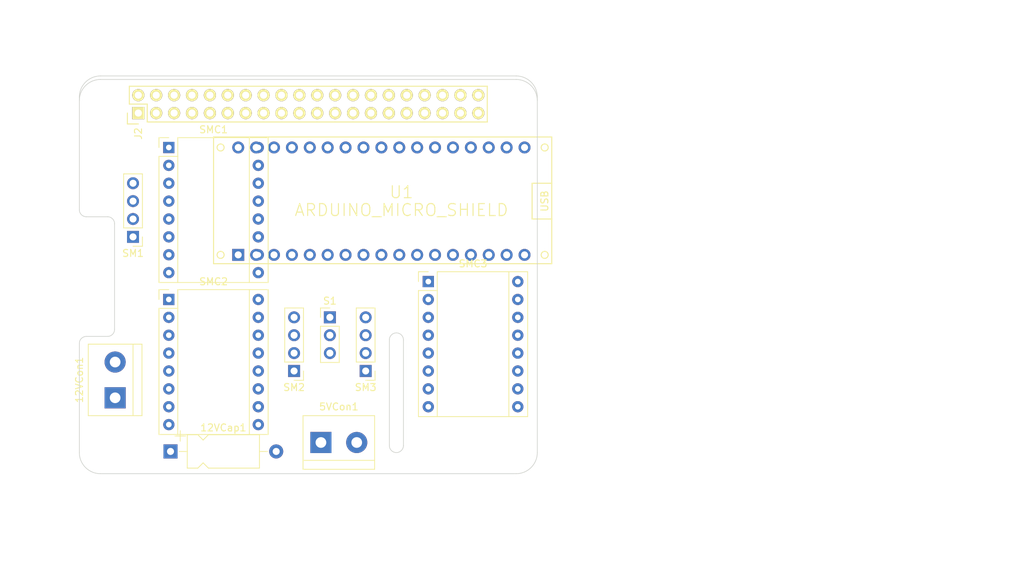
<source format=kicad_pcb>
(kicad_pcb (version 20171130) (host pcbnew "(5.0.2)-1")

  (general
    (thickness 1.6)
    (drawings 40)
    (tracks 0)
    (zones 0)
    (modules 16)
    (nets 100)
  )

  (page A4)
  (layers
    (0 F.Cu signal)
    (31 B.Cu signal)
    (32 B.Adhes user)
    (33 F.Adhes user)
    (34 B.Paste user)
    (35 F.Paste user)
    (36 B.SilkS user)
    (37 F.SilkS user)
    (38 B.Mask user)
    (39 F.Mask user)
    (40 Dwgs.User user)
    (41 Cmts.User user)
    (42 Eco1.User user)
    (43 Eco2.User user)
    (44 Edge.Cuts user)
    (45 Margin user)
    (46 B.CrtYd user)
    (47 F.CrtYd user)
    (48 B.Fab user)
    (49 F.Fab user)
  )

  (setup
    (last_trace_width 0.25)
    (user_trace_width 0.01)
    (user_trace_width 0.02)
    (user_trace_width 0.05)
    (user_trace_width 0.1)
    (user_trace_width 0.2)
    (trace_clearance 0.2)
    (zone_clearance 0.508)
    (zone_45_only no)
    (trace_min 0.01)
    (segment_width 0.2)
    (edge_width 0.1)
    (via_size 0.6)
    (via_drill 0.4)
    (via_min_size 0.4)
    (via_min_drill 0.3)
    (uvia_size 0.3)
    (uvia_drill 0.1)
    (uvias_allowed no)
    (uvia_min_size 0.2)
    (uvia_min_drill 0.1)
    (pcb_text_width 0.3)
    (pcb_text_size 1.5 1.5)
    (mod_edge_width 0.15)
    (mod_text_size 1 1)
    (mod_text_width 0.15)
    (pad_size 2.75 2.75)
    (pad_drill 2.75)
    (pad_to_mask_clearance 0)
    (solder_mask_min_width 0.25)
    (aux_axis_origin 0 0)
    (visible_elements 7FFEFFFF)
    (pcbplotparams
      (layerselection 0x00030_80000001)
      (usegerberextensions false)
      (usegerberattributes false)
      (usegerberadvancedattributes false)
      (creategerberjobfile false)
      (excludeedgelayer true)
      (linewidth 0.100000)
      (plotframeref false)
      (viasonmask false)
      (mode 1)
      (useauxorigin false)
      (hpglpennumber 1)
      (hpglpenspeed 20)
      (hpglpendiameter 15.000000)
      (psnegative false)
      (psa4output false)
      (plotreference true)
      (plotvalue true)
      (plotinvisibletext false)
      (padsonsilk false)
      (subtractmaskfromsilk false)
      (outputformat 1)
      (mirror false)
      (drillshape 0)
      (scaleselection 1)
      (outputdirectory "meta/"))
  )

  (net 0 "")
  (net 1 "Net-(J2-Pad1)")
  (net 2 "Net-(J2-Pad3)")
  (net 3 "Net-(J2-Pad4)")
  (net 4 "Net-(J2-Pad5)")
  (net 5 "Net-(J2-Pad6)")
  (net 6 "Net-(J2-Pad7)")
  (net 7 "Net-(J2-Pad8)")
  (net 8 "Net-(J2-Pad9)")
  (net 9 "Net-(J2-Pad10)")
  (net 10 "Net-(J2-Pad11)")
  (net 11 "Net-(J2-Pad12)")
  (net 12 "Net-(J2-Pad13)")
  (net 13 "Net-(J2-Pad14)")
  (net 14 "Net-(J2-Pad15)")
  (net 15 "Net-(J2-Pad16)")
  (net 16 "Net-(J2-Pad17)")
  (net 17 "Net-(J2-Pad18)")
  (net 18 "Net-(J2-Pad19)")
  (net 19 "Net-(J2-Pad20)")
  (net 20 "Net-(J2-Pad21)")
  (net 21 "Net-(J2-Pad22)")
  (net 22 "Net-(J2-Pad23)")
  (net 23 "Net-(J2-Pad24)")
  (net 24 "Net-(J2-Pad25)")
  (net 25 "Net-(J2-Pad26)")
  (net 26 "Net-(J2-Pad27)")
  (net 27 "Net-(J2-Pad28)")
  (net 28 "Net-(J2-Pad29)")
  (net 29 "Net-(J2-Pad30)")
  (net 30 "Net-(J2-Pad31)")
  (net 31 "Net-(J2-Pad32)")
  (net 32 "Net-(J2-Pad33)")
  (net 33 "Net-(J2-Pad34)")
  (net 34 "Net-(J2-Pad35)")
  (net 35 "Net-(J2-Pad36)")
  (net 36 "Net-(J2-Pad37)")
  (net 37 "Net-(J2-Pad38)")
  (net 38 "Net-(J2-Pad40)")
  (net 39 "Net-(U1-PadSCK)")
  (net 40 "Net-(U1-PadMI)")
  (net 41 "Net-(U1-PadVI)")
  (net 42 "Net-(U1-PadGND)")
  (net 43 "Net-(U1-PadRST)")
  (net 44 "Net-(U1-Pad5V)")
  (net 45 "Net-(U1-PadNC)")
  (net 46 "Net-(U1-PadA5)")
  (net 47 "Net-(U1-PadA4)")
  (net 48 "Net-(U1-PadA3)")
  (net 49 "Net-(U1-PadA2)")
  (net 50 "Net-(U1-PadA1)")
  (net 51 "Net-(U1-PadA0)")
  (net 52 "Net-(U1-PadAREF)")
  (net 53 "Net-(U1-Pad3.3V)")
  (net 54 "Net-(U1-Pad13)")
  (net 55 "Net-(U1-PadMO)")
  (net 56 "Net-(U1-PadSS)")
  (net 57 "Net-(U1-PadTX)")
  (net 58 "Net-(U1-PadRX)")
  (net 59 "Net-(U1-Pad2)")
  (net 60 "Net-(S1-Pad1)")
  (net 61 "Net-(SMC3-Pad16)")
  (net 62 "Net-(SMC3-Pad15)")
  (net 63 "Net-(U1-Pad6)")
  (net 64 "Net-(U1-Pad7)")
  (net 65 "Net-(SMC1-Pad16)")
  (net 66 "Net-(SMC1-Pad15)")
  (net 67 "Net-(U1-Pad10)")
  (net 68 "Net-(SMC2-Pad15)")
  (net 69 "Net-(SMC2-Pad16)")
  (net 70 /RPi_GPIO/GND)
  (net 71 /RPi_GPIO/12V)
  (net 72 /RPi_GPIO/5V)
  (net 73 "Net-(SMC1-Pad9)")
  (net 74 "Net-(SMC1-Pad10)")
  (net 75 "Net-(SM1-Pad4)")
  (net 76 "Net-(SMC1-Pad11)")
  (net 77 "Net-(SM1-Pad3)")
  (net 78 "Net-(SMC1-Pad12)")
  (net 79 "Net-(SM1-Pad2)")
  (net 80 "Net-(SMC1-Pad13)")
  (net 81 "Net-(SM1-Pad1)")
  (net 82 "Net-(SMC2-Pad13)")
  (net 83 "Net-(SM2-Pad1)")
  (net 84 "Net-(SM2-Pad2)")
  (net 85 "Net-(SMC2-Pad12)")
  (net 86 "Net-(SM2-Pad3)")
  (net 87 "Net-(SMC2-Pad11)")
  (net 88 "Net-(SM2-Pad4)")
  (net 89 "Net-(SMC2-Pad10)")
  (net 90 "Net-(SMC2-Pad9)")
  (net 91 "Net-(SMC3-Pad9)")
  (net 92 "Net-(SMC3-Pad10)")
  (net 93 "Net-(SM3-Pad4)")
  (net 94 "Net-(SMC3-Pad11)")
  (net 95 "Net-(SM3-Pad3)")
  (net 96 "Net-(SMC3-Pad12)")
  (net 97 "Net-(SM3-Pad2)")
  (net 98 "Net-(SMC3-Pad13)")
  (net 99 "Net-(SM3-Pad1)")

  (net_class Default "This is the default net class."
    (clearance 0.2)
    (trace_width 0.25)
    (via_dia 0.6)
    (via_drill 0.4)
    (uvia_dia 0.3)
    (uvia_drill 0.1)
    (add_net /RPi_GPIO/12V)
    (add_net /RPi_GPIO/5V)
    (add_net /RPi_GPIO/GND)
    (add_net "Net-(J2-Pad1)")
    (add_net "Net-(J2-Pad10)")
    (add_net "Net-(J2-Pad11)")
    (add_net "Net-(J2-Pad12)")
    (add_net "Net-(J2-Pad13)")
    (add_net "Net-(J2-Pad14)")
    (add_net "Net-(J2-Pad15)")
    (add_net "Net-(J2-Pad16)")
    (add_net "Net-(J2-Pad17)")
    (add_net "Net-(J2-Pad18)")
    (add_net "Net-(J2-Pad19)")
    (add_net "Net-(J2-Pad20)")
    (add_net "Net-(J2-Pad21)")
    (add_net "Net-(J2-Pad22)")
    (add_net "Net-(J2-Pad23)")
    (add_net "Net-(J2-Pad24)")
    (add_net "Net-(J2-Pad25)")
    (add_net "Net-(J2-Pad26)")
    (add_net "Net-(J2-Pad27)")
    (add_net "Net-(J2-Pad28)")
    (add_net "Net-(J2-Pad29)")
    (add_net "Net-(J2-Pad3)")
    (add_net "Net-(J2-Pad30)")
    (add_net "Net-(J2-Pad31)")
    (add_net "Net-(J2-Pad32)")
    (add_net "Net-(J2-Pad33)")
    (add_net "Net-(J2-Pad34)")
    (add_net "Net-(J2-Pad35)")
    (add_net "Net-(J2-Pad36)")
    (add_net "Net-(J2-Pad37)")
    (add_net "Net-(J2-Pad38)")
    (add_net "Net-(J2-Pad4)")
    (add_net "Net-(J2-Pad40)")
    (add_net "Net-(J2-Pad5)")
    (add_net "Net-(J2-Pad6)")
    (add_net "Net-(J2-Pad7)")
    (add_net "Net-(J2-Pad8)")
    (add_net "Net-(J2-Pad9)")
    (add_net "Net-(S1-Pad1)")
    (add_net "Net-(SM1-Pad1)")
    (add_net "Net-(SM1-Pad2)")
    (add_net "Net-(SM1-Pad3)")
    (add_net "Net-(SM1-Pad4)")
    (add_net "Net-(SM2-Pad1)")
    (add_net "Net-(SM2-Pad2)")
    (add_net "Net-(SM2-Pad3)")
    (add_net "Net-(SM2-Pad4)")
    (add_net "Net-(SM3-Pad1)")
    (add_net "Net-(SM3-Pad2)")
    (add_net "Net-(SM3-Pad3)")
    (add_net "Net-(SM3-Pad4)")
    (add_net "Net-(SMC1-Pad10)")
    (add_net "Net-(SMC1-Pad11)")
    (add_net "Net-(SMC1-Pad12)")
    (add_net "Net-(SMC1-Pad13)")
    (add_net "Net-(SMC1-Pad15)")
    (add_net "Net-(SMC1-Pad16)")
    (add_net "Net-(SMC1-Pad9)")
    (add_net "Net-(SMC2-Pad10)")
    (add_net "Net-(SMC2-Pad11)")
    (add_net "Net-(SMC2-Pad12)")
    (add_net "Net-(SMC2-Pad13)")
    (add_net "Net-(SMC2-Pad15)")
    (add_net "Net-(SMC2-Pad16)")
    (add_net "Net-(SMC2-Pad9)")
    (add_net "Net-(SMC3-Pad10)")
    (add_net "Net-(SMC3-Pad11)")
    (add_net "Net-(SMC3-Pad12)")
    (add_net "Net-(SMC3-Pad13)")
    (add_net "Net-(SMC3-Pad15)")
    (add_net "Net-(SMC3-Pad16)")
    (add_net "Net-(SMC3-Pad9)")
    (add_net "Net-(U1-Pad10)")
    (add_net "Net-(U1-Pad13)")
    (add_net "Net-(U1-Pad2)")
    (add_net "Net-(U1-Pad3.3V)")
    (add_net "Net-(U1-Pad5V)")
    (add_net "Net-(U1-Pad6)")
    (add_net "Net-(U1-Pad7)")
    (add_net "Net-(U1-PadA0)")
    (add_net "Net-(U1-PadA1)")
    (add_net "Net-(U1-PadA2)")
    (add_net "Net-(U1-PadA3)")
    (add_net "Net-(U1-PadA4)")
    (add_net "Net-(U1-PadA5)")
    (add_net "Net-(U1-PadAREF)")
    (add_net "Net-(U1-PadGND)")
    (add_net "Net-(U1-PadMI)")
    (add_net "Net-(U1-PadMO)")
    (add_net "Net-(U1-PadNC)")
    (add_net "Net-(U1-PadRST)")
    (add_net "Net-(U1-PadRX)")
    (add_net "Net-(U1-PadSCK)")
    (add_net "Net-(U1-PadSS)")
    (add_net "Net-(U1-PadTX)")
    (add_net "Net-(U1-PadVI)")
  )

  (module Capacitor_THT:CP_Axial_L10.0mm_D4.5mm_P15.00mm_Horizontal (layer F.Cu) (tedit 5AE50EF2) (tstamp 5C789C5F)
    (at 12.94 53.34)
    (descr "CP, Axial series, Axial, Horizontal, pin pitch=15mm, , length*diameter=10*4.5mm^2, Electrolytic Capacitor, , http://www.vishay.com/docs/28325/021asm.pdf")
    (tags "CP Axial series Axial Horizontal pin pitch 15mm  length 10mm diameter 4.5mm Electrolytic Capacitor")
    (path /5515D395/5C782DDC)
    (fp_text reference 12VCap1 (at 7.5 -3.37) (layer F.SilkS)
      (effects (font (size 1 1) (thickness 0.15)))
    )
    (fp_text value CAP (at 7.5 3.37) (layer F.Fab)
      (effects (font (size 1 1) (thickness 0.15)))
    )
    (fp_line (start 2.5 -2.25) (end 2.5 2.25) (layer F.Fab) (width 0.1))
    (fp_line (start 12.5 -2.25) (end 12.5 2.25) (layer F.Fab) (width 0.1))
    (fp_line (start 2.5 -2.25) (end 3.88 -2.25) (layer F.Fab) (width 0.1))
    (fp_line (start 3.88 -2.25) (end 4.63 -1.5) (layer F.Fab) (width 0.1))
    (fp_line (start 4.63 -1.5) (end 5.38 -2.25) (layer F.Fab) (width 0.1))
    (fp_line (start 5.38 -2.25) (end 12.5 -2.25) (layer F.Fab) (width 0.1))
    (fp_line (start 2.5 2.25) (end 3.88 2.25) (layer F.Fab) (width 0.1))
    (fp_line (start 3.88 2.25) (end 4.63 1.5) (layer F.Fab) (width 0.1))
    (fp_line (start 4.63 1.5) (end 5.38 2.25) (layer F.Fab) (width 0.1))
    (fp_line (start 5.38 2.25) (end 12.5 2.25) (layer F.Fab) (width 0.1))
    (fp_line (start 0 0) (end 2.5 0) (layer F.Fab) (width 0.1))
    (fp_line (start 15 0) (end 12.5 0) (layer F.Fab) (width 0.1))
    (fp_line (start 3.9 0) (end 5.4 0) (layer F.Fab) (width 0.1))
    (fp_line (start 4.65 -0.75) (end 4.65 0.75) (layer F.Fab) (width 0.1))
    (fp_line (start 0.63 -2.2) (end 2.13 -2.2) (layer F.SilkS) (width 0.12))
    (fp_line (start 1.38 -2.95) (end 1.38 -1.45) (layer F.SilkS) (width 0.12))
    (fp_line (start 2.38 -2.37) (end 2.38 2.37) (layer F.SilkS) (width 0.12))
    (fp_line (start 12.62 -2.37) (end 12.62 2.37) (layer F.SilkS) (width 0.12))
    (fp_line (start 2.38 -2.37) (end 3.88 -2.37) (layer F.SilkS) (width 0.12))
    (fp_line (start 3.88 -2.37) (end 4.63 -1.62) (layer F.SilkS) (width 0.12))
    (fp_line (start 4.63 -1.62) (end 5.38 -2.37) (layer F.SilkS) (width 0.12))
    (fp_line (start 5.38 -2.37) (end 12.62 -2.37) (layer F.SilkS) (width 0.12))
    (fp_line (start 2.38 2.37) (end 3.88 2.37) (layer F.SilkS) (width 0.12))
    (fp_line (start 3.88 2.37) (end 4.63 1.62) (layer F.SilkS) (width 0.12))
    (fp_line (start 4.63 1.62) (end 5.38 2.37) (layer F.SilkS) (width 0.12))
    (fp_line (start 5.38 2.37) (end 12.62 2.37) (layer F.SilkS) (width 0.12))
    (fp_line (start 1.24 0) (end 2.38 0) (layer F.SilkS) (width 0.12))
    (fp_line (start 13.76 0) (end 12.62 0) (layer F.SilkS) (width 0.12))
    (fp_line (start -1.25 -2.5) (end -1.25 2.5) (layer F.CrtYd) (width 0.05))
    (fp_line (start -1.25 2.5) (end 16.25 2.5) (layer F.CrtYd) (width 0.05))
    (fp_line (start 16.25 2.5) (end 16.25 -2.5) (layer F.CrtYd) (width 0.05))
    (fp_line (start 16.25 -2.5) (end -1.25 -2.5) (layer F.CrtYd) (width 0.05))
    (fp_text user %R (at 7.5 0) (layer F.Fab)
      (effects (font (size 1 1) (thickness 0.15)))
    )
    (pad 1 thru_hole rect (at 0 0) (size 2 2) (drill 1) (layers *.Cu *.Mask)
      (net 71 /RPi_GPIO/12V))
    (pad 2 thru_hole oval (at 15 0) (size 2 2) (drill 1) (layers *.Cu *.Mask)
      (net 70 /RPi_GPIO/GND))
    (model ${KISYS3DMOD}/Capacitor_THT.3dshapes/CP_Axial_L10.0mm_D4.5mm_P15.00mm_Horizontal.wrl
      (at (xyz 0 0 0))
      (scale (xyz 1 1 1))
      (rotate (xyz 0 0 0))
    )
  )

  (module Connector_PinHeader_2.54mm:PinHeader_1x03_P2.54mm_Vertical (layer F.Cu) (tedit 59FED5CC) (tstamp 5C789C38)
    (at 35.56 34.29)
    (descr "Through hole straight pin header, 1x03, 2.54mm pitch, single row")
    (tags "Through hole pin header THT 1x03 2.54mm single row")
    (path /5515D395/5C78B611)
    (fp_text reference S1 (at 0 -2.33) (layer F.SilkS)
      (effects (font (size 1 1) (thickness 0.15)))
    )
    (fp_text value Conn_01x03_Male (at 0 7.41) (layer F.Fab)
      (effects (font (size 1 1) (thickness 0.15)))
    )
    (fp_line (start -0.635 -1.27) (end 1.27 -1.27) (layer F.Fab) (width 0.1))
    (fp_line (start 1.27 -1.27) (end 1.27 6.35) (layer F.Fab) (width 0.1))
    (fp_line (start 1.27 6.35) (end -1.27 6.35) (layer F.Fab) (width 0.1))
    (fp_line (start -1.27 6.35) (end -1.27 -0.635) (layer F.Fab) (width 0.1))
    (fp_line (start -1.27 -0.635) (end -0.635 -1.27) (layer F.Fab) (width 0.1))
    (fp_line (start -1.33 6.41) (end 1.33 6.41) (layer F.SilkS) (width 0.12))
    (fp_line (start -1.33 1.27) (end -1.33 6.41) (layer F.SilkS) (width 0.12))
    (fp_line (start 1.33 1.27) (end 1.33 6.41) (layer F.SilkS) (width 0.12))
    (fp_line (start -1.33 1.27) (end 1.33 1.27) (layer F.SilkS) (width 0.12))
    (fp_line (start -1.33 0) (end -1.33 -1.33) (layer F.SilkS) (width 0.12))
    (fp_line (start -1.33 -1.33) (end 0 -1.33) (layer F.SilkS) (width 0.12))
    (fp_line (start -1.8 -1.8) (end -1.8 6.85) (layer F.CrtYd) (width 0.05))
    (fp_line (start -1.8 6.85) (end 1.8 6.85) (layer F.CrtYd) (width 0.05))
    (fp_line (start 1.8 6.85) (end 1.8 -1.8) (layer F.CrtYd) (width 0.05))
    (fp_line (start 1.8 -1.8) (end -1.8 -1.8) (layer F.CrtYd) (width 0.05))
    (fp_text user %R (at 0 2.54 90) (layer F.Fab)
      (effects (font (size 1 1) (thickness 0.15)))
    )
    (pad 1 thru_hole rect (at 0 0) (size 1.7 1.7) (drill 1) (layers *.Cu *.Mask)
      (net 60 "Net-(S1-Pad1)"))
    (pad 2 thru_hole oval (at 0 2.54) (size 1.7 1.7) (drill 1) (layers *.Cu *.Mask)
      (net 72 /RPi_GPIO/5V))
    (pad 3 thru_hole oval (at 0 5.08) (size 1.7 1.7) (drill 1) (layers *.Cu *.Mask)
      (net 70 /RPi_GPIO/GND))
    (model ${KISYS3DMOD}/Connector_PinHeader_2.54mm.3dshapes/PinHeader_1x03_P2.54mm_Vertical.wrl
      (at (xyz 0 0 0))
      (scale (xyz 1 1 1))
      (rotate (xyz 0 0 0))
    )
  )

  (module Connector_PinHeader_2.54mm:PinHeader_1x04_P2.54mm_Vertical (layer F.Cu) (tedit 59FED5CC) (tstamp 5C789C21)
    (at 40.64 41.91 180)
    (descr "Through hole straight pin header, 1x04, 2.54mm pitch, single row")
    (tags "Through hole pin header THT 1x04 2.54mm single row")
    (path /5515D395/5C7AD885)
    (fp_text reference SM3 (at 0 -2.33 180) (layer F.SilkS)
      (effects (font (size 1 1) (thickness 0.15)))
    )
    (fp_text value Conn_01x04_Male (at 0 9.95 180) (layer F.Fab)
      (effects (font (size 1 1) (thickness 0.15)))
    )
    (fp_line (start -0.635 -1.27) (end 1.27 -1.27) (layer F.Fab) (width 0.1))
    (fp_line (start 1.27 -1.27) (end 1.27 8.89) (layer F.Fab) (width 0.1))
    (fp_line (start 1.27 8.89) (end -1.27 8.89) (layer F.Fab) (width 0.1))
    (fp_line (start -1.27 8.89) (end -1.27 -0.635) (layer F.Fab) (width 0.1))
    (fp_line (start -1.27 -0.635) (end -0.635 -1.27) (layer F.Fab) (width 0.1))
    (fp_line (start -1.33 8.95) (end 1.33 8.95) (layer F.SilkS) (width 0.12))
    (fp_line (start -1.33 1.27) (end -1.33 8.95) (layer F.SilkS) (width 0.12))
    (fp_line (start 1.33 1.27) (end 1.33 8.95) (layer F.SilkS) (width 0.12))
    (fp_line (start -1.33 1.27) (end 1.33 1.27) (layer F.SilkS) (width 0.12))
    (fp_line (start -1.33 0) (end -1.33 -1.33) (layer F.SilkS) (width 0.12))
    (fp_line (start -1.33 -1.33) (end 0 -1.33) (layer F.SilkS) (width 0.12))
    (fp_line (start -1.8 -1.8) (end -1.8 9.4) (layer F.CrtYd) (width 0.05))
    (fp_line (start -1.8 9.4) (end 1.8 9.4) (layer F.CrtYd) (width 0.05))
    (fp_line (start 1.8 9.4) (end 1.8 -1.8) (layer F.CrtYd) (width 0.05))
    (fp_line (start 1.8 -1.8) (end -1.8 -1.8) (layer F.CrtYd) (width 0.05))
    (fp_text user %R (at 0 3.81 270) (layer F.Fab)
      (effects (font (size 1 1) (thickness 0.15)))
    )
    (pad 1 thru_hole rect (at 0 0 180) (size 1.7 1.7) (drill 1) (layers *.Cu *.Mask)
      (net 99 "Net-(SM3-Pad1)"))
    (pad 2 thru_hole oval (at 0 2.54 180) (size 1.7 1.7) (drill 1) (layers *.Cu *.Mask)
      (net 97 "Net-(SM3-Pad2)"))
    (pad 3 thru_hole oval (at 0 5.08 180) (size 1.7 1.7) (drill 1) (layers *.Cu *.Mask)
      (net 95 "Net-(SM3-Pad3)"))
    (pad 4 thru_hole oval (at 0 7.62 180) (size 1.7 1.7) (drill 1) (layers *.Cu *.Mask)
      (net 93 "Net-(SM3-Pad4)"))
    (model ${KISYS3DMOD}/Connector_PinHeader_2.54mm.3dshapes/PinHeader_1x04_P2.54mm_Vertical.wrl
      (at (xyz 0 0 0))
      (scale (xyz 1 1 1))
      (rotate (xyz 0 0 0))
    )
  )

  (module Connector_PinHeader_2.54mm:PinHeader_1x04_P2.54mm_Vertical (layer F.Cu) (tedit 59FED5CC) (tstamp 5C789C09)
    (at 30.48 41.91 180)
    (descr "Through hole straight pin header, 1x04, 2.54mm pitch, single row")
    (tags "Through hole pin header THT 1x04 2.54mm single row")
    (path /5515D395/5C783735)
    (fp_text reference SM2 (at 0 -2.33 180) (layer F.SilkS)
      (effects (font (size 1 1) (thickness 0.15)))
    )
    (fp_text value Conn_01x04_Male (at 0 9.95 180) (layer F.Fab)
      (effects (font (size 1 1) (thickness 0.15)))
    )
    (fp_text user %R (at 0 3.81 270) (layer F.Fab)
      (effects (font (size 1 1) (thickness 0.15)))
    )
    (fp_line (start 1.8 -1.8) (end -1.8 -1.8) (layer F.CrtYd) (width 0.05))
    (fp_line (start 1.8 9.4) (end 1.8 -1.8) (layer F.CrtYd) (width 0.05))
    (fp_line (start -1.8 9.4) (end 1.8 9.4) (layer F.CrtYd) (width 0.05))
    (fp_line (start -1.8 -1.8) (end -1.8 9.4) (layer F.CrtYd) (width 0.05))
    (fp_line (start -1.33 -1.33) (end 0 -1.33) (layer F.SilkS) (width 0.12))
    (fp_line (start -1.33 0) (end -1.33 -1.33) (layer F.SilkS) (width 0.12))
    (fp_line (start -1.33 1.27) (end 1.33 1.27) (layer F.SilkS) (width 0.12))
    (fp_line (start 1.33 1.27) (end 1.33 8.95) (layer F.SilkS) (width 0.12))
    (fp_line (start -1.33 1.27) (end -1.33 8.95) (layer F.SilkS) (width 0.12))
    (fp_line (start -1.33 8.95) (end 1.33 8.95) (layer F.SilkS) (width 0.12))
    (fp_line (start -1.27 -0.635) (end -0.635 -1.27) (layer F.Fab) (width 0.1))
    (fp_line (start -1.27 8.89) (end -1.27 -0.635) (layer F.Fab) (width 0.1))
    (fp_line (start 1.27 8.89) (end -1.27 8.89) (layer F.Fab) (width 0.1))
    (fp_line (start 1.27 -1.27) (end 1.27 8.89) (layer F.Fab) (width 0.1))
    (fp_line (start -0.635 -1.27) (end 1.27 -1.27) (layer F.Fab) (width 0.1))
    (pad 4 thru_hole oval (at 0 7.62 180) (size 1.7 1.7) (drill 1) (layers *.Cu *.Mask)
      (net 88 "Net-(SM2-Pad4)"))
    (pad 3 thru_hole oval (at 0 5.08 180) (size 1.7 1.7) (drill 1) (layers *.Cu *.Mask)
      (net 86 "Net-(SM2-Pad3)"))
    (pad 2 thru_hole oval (at 0 2.54 180) (size 1.7 1.7) (drill 1) (layers *.Cu *.Mask)
      (net 84 "Net-(SM2-Pad2)"))
    (pad 1 thru_hole rect (at 0 0 180) (size 1.7 1.7) (drill 1) (layers *.Cu *.Mask)
      (net 83 "Net-(SM2-Pad1)"))
    (model ${KISYS3DMOD}/Connector_PinHeader_2.54mm.3dshapes/PinHeader_1x04_P2.54mm_Vertical.wrl
      (at (xyz 0 0 0))
      (scale (xyz 1 1 1))
      (rotate (xyz 0 0 0))
    )
  )

  (module Connector_PinHeader_2.54mm:PinHeader_1x04_P2.54mm_Vertical (layer F.Cu) (tedit 59FED5CC) (tstamp 5C789BF1)
    (at 7.62 22.86 180)
    (descr "Through hole straight pin header, 1x04, 2.54mm pitch, single row")
    (tags "Through hole pin header THT 1x04 2.54mm single row")
    (path /5515D395/5C7833AB)
    (fp_text reference SM1 (at 0 -2.33 180) (layer F.SilkS)
      (effects (font (size 1 1) (thickness 0.15)))
    )
    (fp_text value Conn_01x04_Male (at 0 9.95 180) (layer F.Fab)
      (effects (font (size 1 1) (thickness 0.15)))
    )
    (fp_line (start -0.635 -1.27) (end 1.27 -1.27) (layer F.Fab) (width 0.1))
    (fp_line (start 1.27 -1.27) (end 1.27 8.89) (layer F.Fab) (width 0.1))
    (fp_line (start 1.27 8.89) (end -1.27 8.89) (layer F.Fab) (width 0.1))
    (fp_line (start -1.27 8.89) (end -1.27 -0.635) (layer F.Fab) (width 0.1))
    (fp_line (start -1.27 -0.635) (end -0.635 -1.27) (layer F.Fab) (width 0.1))
    (fp_line (start -1.33 8.95) (end 1.33 8.95) (layer F.SilkS) (width 0.12))
    (fp_line (start -1.33 1.27) (end -1.33 8.95) (layer F.SilkS) (width 0.12))
    (fp_line (start 1.33 1.27) (end 1.33 8.95) (layer F.SilkS) (width 0.12))
    (fp_line (start -1.33 1.27) (end 1.33 1.27) (layer F.SilkS) (width 0.12))
    (fp_line (start -1.33 0) (end -1.33 -1.33) (layer F.SilkS) (width 0.12))
    (fp_line (start -1.33 -1.33) (end 0 -1.33) (layer F.SilkS) (width 0.12))
    (fp_line (start -1.8 -1.8) (end -1.8 9.4) (layer F.CrtYd) (width 0.05))
    (fp_line (start -1.8 9.4) (end 1.8 9.4) (layer F.CrtYd) (width 0.05))
    (fp_line (start 1.8 9.4) (end 1.8 -1.8) (layer F.CrtYd) (width 0.05))
    (fp_line (start 1.8 -1.8) (end -1.8 -1.8) (layer F.CrtYd) (width 0.05))
    (fp_text user %R (at 0 3.81 270) (layer F.Fab)
      (effects (font (size 1 1) (thickness 0.15)))
    )
    (pad 1 thru_hole rect (at 0 0 180) (size 1.7 1.7) (drill 1) (layers *.Cu *.Mask)
      (net 81 "Net-(SM1-Pad1)"))
    (pad 2 thru_hole oval (at 0 2.54 180) (size 1.7 1.7) (drill 1) (layers *.Cu *.Mask)
      (net 79 "Net-(SM1-Pad2)"))
    (pad 3 thru_hole oval (at 0 5.08 180) (size 1.7 1.7) (drill 1) (layers *.Cu *.Mask)
      (net 77 "Net-(SM1-Pad3)"))
    (pad 4 thru_hole oval (at 0 7.62 180) (size 1.7 1.7) (drill 1) (layers *.Cu *.Mask)
      (net 75 "Net-(SM1-Pad4)"))
    (model ${KISYS3DMOD}/Connector_PinHeader_2.54mm.3dshapes/PinHeader_1x04_P2.54mm_Vertical.wrl
      (at (xyz 0 0 0))
      (scale (xyz 1 1 1))
      (rotate (xyz 0 0 0))
    )
  )

  (module Module:Pololu_Breakout-16_15.2x20.3mm (layer F.Cu) (tedit 58AB602C) (tstamp 5C789BD9)
    (at 49.53 29.21)
    (descr "Pololu Breakout 16-pin 15.2x20.3mm 0.6x0.8\\")
    (tags "Pololu Breakout")
    (path /5515D395/5C782A2D)
    (fp_text reference SMC3 (at 6.35 -2.54) (layer F.SilkS)
      (effects (font (size 1 1) (thickness 0.15)))
    )
    (fp_text value Pololu_Breakout_A4988 (at 6.35 20.17) (layer F.Fab)
      (effects (font (size 1 1) (thickness 0.15)))
    )
    (fp_text user %R (at 6.35 0) (layer F.Fab)
      (effects (font (size 1 1) (thickness 0.15)))
    )
    (fp_line (start 11.43 -1.4) (end 11.43 19.18) (layer F.SilkS) (width 0.12))
    (fp_line (start 1.27 1.27) (end 1.27 19.18) (layer F.SilkS) (width 0.12))
    (fp_line (start 0 -1.4) (end -1.4 -1.4) (layer F.SilkS) (width 0.12))
    (fp_line (start -1.4 -1.4) (end -1.4 0) (layer F.SilkS) (width 0.12))
    (fp_line (start 1.27 -1.4) (end 1.27 1.27) (layer F.SilkS) (width 0.12))
    (fp_line (start 1.27 1.27) (end -1.4 1.27) (layer F.SilkS) (width 0.12))
    (fp_line (start -1.4 1.27) (end -1.4 19.18) (layer F.SilkS) (width 0.12))
    (fp_line (start -1.4 19.18) (end 14.1 19.18) (layer F.SilkS) (width 0.12))
    (fp_line (start 14.1 19.18) (end 14.1 -1.4) (layer F.SilkS) (width 0.12))
    (fp_line (start 14.1 -1.4) (end 1.27 -1.4) (layer F.SilkS) (width 0.12))
    (fp_line (start -1.27 0) (end 0 -1.27) (layer F.Fab) (width 0.1))
    (fp_line (start 0 -1.27) (end 13.97 -1.27) (layer F.Fab) (width 0.1))
    (fp_line (start 13.97 -1.27) (end 13.97 19.05) (layer F.Fab) (width 0.1))
    (fp_line (start 13.97 19.05) (end -1.27 19.05) (layer F.Fab) (width 0.1))
    (fp_line (start -1.27 19.05) (end -1.27 0) (layer F.Fab) (width 0.1))
    (fp_line (start -1.53 -1.52) (end 14.21 -1.52) (layer F.CrtYd) (width 0.05))
    (fp_line (start -1.53 -1.52) (end -1.53 19.3) (layer F.CrtYd) (width 0.05))
    (fp_line (start 14.21 19.3) (end 14.21 -1.52) (layer F.CrtYd) (width 0.05))
    (fp_line (start 14.21 19.3) (end -1.53 19.3) (layer F.CrtYd) (width 0.05))
    (pad 1 thru_hole rect (at 0 0) (size 1.6 1.6) (drill 0.8) (layers *.Cu *.Mask)
      (net 70 /RPi_GPIO/GND))
    (pad 9 thru_hole oval (at 12.7 17.78) (size 1.6 1.6) (drill 0.8) (layers *.Cu *.Mask)
      (net 91 "Net-(SMC3-Pad9)"))
    (pad 2 thru_hole oval (at 0 2.54) (size 1.6 1.6) (drill 0.8) (layers *.Cu *.Mask)
      (net 72 /RPi_GPIO/5V))
    (pad 10 thru_hole oval (at 12.7 15.24) (size 1.6 1.6) (drill 0.8) (layers *.Cu *.Mask)
      (net 92 "Net-(SMC3-Pad10)"))
    (pad 3 thru_hole oval (at 0 5.08) (size 1.6 1.6) (drill 0.8) (layers *.Cu *.Mask)
      (net 93 "Net-(SM3-Pad4)"))
    (pad 11 thru_hole oval (at 12.7 12.7) (size 1.6 1.6) (drill 0.8) (layers *.Cu *.Mask)
      (net 94 "Net-(SMC3-Pad11)"))
    (pad 4 thru_hole oval (at 0 7.62) (size 1.6 1.6) (drill 0.8) (layers *.Cu *.Mask)
      (net 95 "Net-(SM3-Pad3)"))
    (pad 12 thru_hole oval (at 12.7 10.16) (size 1.6 1.6) (drill 0.8) (layers *.Cu *.Mask)
      (net 96 "Net-(SMC3-Pad12)"))
    (pad 5 thru_hole oval (at 0 10.16) (size 1.6 1.6) (drill 0.8) (layers *.Cu *.Mask)
      (net 97 "Net-(SM3-Pad2)"))
    (pad 13 thru_hole oval (at 12.7 7.62) (size 1.6 1.6) (drill 0.8) (layers *.Cu *.Mask)
      (net 98 "Net-(SMC3-Pad13)"))
    (pad 6 thru_hole oval (at 0 12.7) (size 1.6 1.6) (drill 0.8) (layers *.Cu *.Mask)
      (net 99 "Net-(SM3-Pad1)"))
    (pad 14 thru_hole oval (at 12.7 5.08) (size 1.6 1.6) (drill 0.8) (layers *.Cu *.Mask)
      (net 98 "Net-(SMC3-Pad13)"))
    (pad 7 thru_hole oval (at 0 15.24) (size 1.6 1.6) (drill 0.8) (layers *.Cu *.Mask)
      (net 70 /RPi_GPIO/GND))
    (pad 15 thru_hole oval (at 12.7 2.54) (size 1.6 1.6) (drill 0.8) (layers *.Cu *.Mask)
      (net 62 "Net-(SMC3-Pad15)"))
    (pad 8 thru_hole oval (at 0 17.78) (size 1.6 1.6) (drill 0.8) (layers *.Cu *.Mask)
      (net 71 /RPi_GPIO/12V))
    (pad 16 thru_hole oval (at 12.7 0) (size 1.6 1.6) (drill 0.8) (layers *.Cu *.Mask)
      (net 61 "Net-(SMC3-Pad16)"))
    (model ${KISYS3DMOD}/Module.3dshapes/Pololu_Breakout-16_15.2x20.3mm.wrl
      (at (xyz 0 0 0))
      (scale (xyz 1 1 1))
      (rotate (xyz 0 0 0))
    )
  )

  (module Module:Pololu_Breakout-16_15.2x20.3mm (layer F.Cu) (tedit 58AB602C) (tstamp 5C789BB1)
    (at 12.7 31.75)
    (descr "Pololu Breakout 16-pin 15.2x20.3mm 0.6x0.8\\")
    (tags "Pololu Breakout")
    (path /5515D395/5C7828D9)
    (fp_text reference SMC2 (at 6.35 -2.54) (layer F.SilkS)
      (effects (font (size 1 1) (thickness 0.15)))
    )
    (fp_text value Pololu_Breakout_A4988 (at 6.35 20.17) (layer F.Fab)
      (effects (font (size 1 1) (thickness 0.15)))
    )
    (fp_line (start 14.21 19.3) (end -1.53 19.3) (layer F.CrtYd) (width 0.05))
    (fp_line (start 14.21 19.3) (end 14.21 -1.52) (layer F.CrtYd) (width 0.05))
    (fp_line (start -1.53 -1.52) (end -1.53 19.3) (layer F.CrtYd) (width 0.05))
    (fp_line (start -1.53 -1.52) (end 14.21 -1.52) (layer F.CrtYd) (width 0.05))
    (fp_line (start -1.27 19.05) (end -1.27 0) (layer F.Fab) (width 0.1))
    (fp_line (start 13.97 19.05) (end -1.27 19.05) (layer F.Fab) (width 0.1))
    (fp_line (start 13.97 -1.27) (end 13.97 19.05) (layer F.Fab) (width 0.1))
    (fp_line (start 0 -1.27) (end 13.97 -1.27) (layer F.Fab) (width 0.1))
    (fp_line (start -1.27 0) (end 0 -1.27) (layer F.Fab) (width 0.1))
    (fp_line (start 14.1 -1.4) (end 1.27 -1.4) (layer F.SilkS) (width 0.12))
    (fp_line (start 14.1 19.18) (end 14.1 -1.4) (layer F.SilkS) (width 0.12))
    (fp_line (start -1.4 19.18) (end 14.1 19.18) (layer F.SilkS) (width 0.12))
    (fp_line (start -1.4 1.27) (end -1.4 19.18) (layer F.SilkS) (width 0.12))
    (fp_line (start 1.27 1.27) (end -1.4 1.27) (layer F.SilkS) (width 0.12))
    (fp_line (start 1.27 -1.4) (end 1.27 1.27) (layer F.SilkS) (width 0.12))
    (fp_line (start -1.4 -1.4) (end -1.4 0) (layer F.SilkS) (width 0.12))
    (fp_line (start 0 -1.4) (end -1.4 -1.4) (layer F.SilkS) (width 0.12))
    (fp_line (start 1.27 1.27) (end 1.27 19.18) (layer F.SilkS) (width 0.12))
    (fp_line (start 11.43 -1.4) (end 11.43 19.18) (layer F.SilkS) (width 0.12))
    (fp_text user %R (at 6.35 0) (layer F.Fab)
      (effects (font (size 1 1) (thickness 0.15)))
    )
    (pad 16 thru_hole oval (at 12.7 0) (size 1.6 1.6) (drill 0.8) (layers *.Cu *.Mask)
      (net 69 "Net-(SMC2-Pad16)"))
    (pad 8 thru_hole oval (at 0 17.78) (size 1.6 1.6) (drill 0.8) (layers *.Cu *.Mask)
      (net 71 /RPi_GPIO/12V))
    (pad 15 thru_hole oval (at 12.7 2.54) (size 1.6 1.6) (drill 0.8) (layers *.Cu *.Mask)
      (net 68 "Net-(SMC2-Pad15)"))
    (pad 7 thru_hole oval (at 0 15.24) (size 1.6 1.6) (drill 0.8) (layers *.Cu *.Mask)
      (net 70 /RPi_GPIO/GND))
    (pad 14 thru_hole oval (at 12.7 5.08) (size 1.6 1.6) (drill 0.8) (layers *.Cu *.Mask)
      (net 82 "Net-(SMC2-Pad13)"))
    (pad 6 thru_hole oval (at 0 12.7) (size 1.6 1.6) (drill 0.8) (layers *.Cu *.Mask)
      (net 83 "Net-(SM2-Pad1)"))
    (pad 13 thru_hole oval (at 12.7 7.62) (size 1.6 1.6) (drill 0.8) (layers *.Cu *.Mask)
      (net 82 "Net-(SMC2-Pad13)"))
    (pad 5 thru_hole oval (at 0 10.16) (size 1.6 1.6) (drill 0.8) (layers *.Cu *.Mask)
      (net 84 "Net-(SM2-Pad2)"))
    (pad 12 thru_hole oval (at 12.7 10.16) (size 1.6 1.6) (drill 0.8) (layers *.Cu *.Mask)
      (net 85 "Net-(SMC2-Pad12)"))
    (pad 4 thru_hole oval (at 0 7.62) (size 1.6 1.6) (drill 0.8) (layers *.Cu *.Mask)
      (net 86 "Net-(SM2-Pad3)"))
    (pad 11 thru_hole oval (at 12.7 12.7) (size 1.6 1.6) (drill 0.8) (layers *.Cu *.Mask)
      (net 87 "Net-(SMC2-Pad11)"))
    (pad 3 thru_hole oval (at 0 5.08) (size 1.6 1.6) (drill 0.8) (layers *.Cu *.Mask)
      (net 88 "Net-(SM2-Pad4)"))
    (pad 10 thru_hole oval (at 12.7 15.24) (size 1.6 1.6) (drill 0.8) (layers *.Cu *.Mask)
      (net 89 "Net-(SMC2-Pad10)"))
    (pad 2 thru_hole oval (at 0 2.54) (size 1.6 1.6) (drill 0.8) (layers *.Cu *.Mask)
      (net 72 /RPi_GPIO/5V))
    (pad 9 thru_hole oval (at 12.7 17.78) (size 1.6 1.6) (drill 0.8) (layers *.Cu *.Mask)
      (net 90 "Net-(SMC2-Pad9)"))
    (pad 1 thru_hole rect (at 0 0) (size 1.6 1.6) (drill 0.8) (layers *.Cu *.Mask)
      (net 70 /RPi_GPIO/GND))
    (model ${KISYS3DMOD}/Module.3dshapes/Pololu_Breakout-16_15.2x20.3mm.wrl
      (at (xyz 0 0 0))
      (scale (xyz 1 1 1))
      (rotate (xyz 0 0 0))
    )
  )

  (module Module:Pololu_Breakout-16_15.2x20.3mm (layer F.Cu) (tedit 58AB602C) (tstamp 5C789B89)
    (at 12.7 10.16)
    (descr "Pololu Breakout 16-pin 15.2x20.3mm 0.6x0.8\\")
    (tags "Pololu Breakout")
    (path /5515D395/5C782821)
    (fp_text reference SMC1 (at 6.35 -2.54) (layer F.SilkS)
      (effects (font (size 1 1) (thickness 0.15)))
    )
    (fp_text value Pololu_Breakout_A4988 (at 6.35 20.17) (layer F.Fab)
      (effects (font (size 1 1) (thickness 0.15)))
    )
    (fp_text user %R (at 6.35 0) (layer F.Fab)
      (effects (font (size 1 1) (thickness 0.15)))
    )
    (fp_line (start 11.43 -1.4) (end 11.43 19.18) (layer F.SilkS) (width 0.12))
    (fp_line (start 1.27 1.27) (end 1.27 19.18) (layer F.SilkS) (width 0.12))
    (fp_line (start 0 -1.4) (end -1.4 -1.4) (layer F.SilkS) (width 0.12))
    (fp_line (start -1.4 -1.4) (end -1.4 0) (layer F.SilkS) (width 0.12))
    (fp_line (start 1.27 -1.4) (end 1.27 1.27) (layer F.SilkS) (width 0.12))
    (fp_line (start 1.27 1.27) (end -1.4 1.27) (layer F.SilkS) (width 0.12))
    (fp_line (start -1.4 1.27) (end -1.4 19.18) (layer F.SilkS) (width 0.12))
    (fp_line (start -1.4 19.18) (end 14.1 19.18) (layer F.SilkS) (width 0.12))
    (fp_line (start 14.1 19.18) (end 14.1 -1.4) (layer F.SilkS) (width 0.12))
    (fp_line (start 14.1 -1.4) (end 1.27 -1.4) (layer F.SilkS) (width 0.12))
    (fp_line (start -1.27 0) (end 0 -1.27) (layer F.Fab) (width 0.1))
    (fp_line (start 0 -1.27) (end 13.97 -1.27) (layer F.Fab) (width 0.1))
    (fp_line (start 13.97 -1.27) (end 13.97 19.05) (layer F.Fab) (width 0.1))
    (fp_line (start 13.97 19.05) (end -1.27 19.05) (layer F.Fab) (width 0.1))
    (fp_line (start -1.27 19.05) (end -1.27 0) (layer F.Fab) (width 0.1))
    (fp_line (start -1.53 -1.52) (end 14.21 -1.52) (layer F.CrtYd) (width 0.05))
    (fp_line (start -1.53 -1.52) (end -1.53 19.3) (layer F.CrtYd) (width 0.05))
    (fp_line (start 14.21 19.3) (end 14.21 -1.52) (layer F.CrtYd) (width 0.05))
    (fp_line (start 14.21 19.3) (end -1.53 19.3) (layer F.CrtYd) (width 0.05))
    (pad 1 thru_hole rect (at 0 0) (size 1.6 1.6) (drill 0.8) (layers *.Cu *.Mask)
      (net 70 /RPi_GPIO/GND))
    (pad 9 thru_hole oval (at 12.7 17.78) (size 1.6 1.6) (drill 0.8) (layers *.Cu *.Mask)
      (net 73 "Net-(SMC1-Pad9)"))
    (pad 2 thru_hole oval (at 0 2.54) (size 1.6 1.6) (drill 0.8) (layers *.Cu *.Mask)
      (net 72 /RPi_GPIO/5V))
    (pad 10 thru_hole oval (at 12.7 15.24) (size 1.6 1.6) (drill 0.8) (layers *.Cu *.Mask)
      (net 74 "Net-(SMC1-Pad10)"))
    (pad 3 thru_hole oval (at 0 5.08) (size 1.6 1.6) (drill 0.8) (layers *.Cu *.Mask)
      (net 75 "Net-(SM1-Pad4)"))
    (pad 11 thru_hole oval (at 12.7 12.7) (size 1.6 1.6) (drill 0.8) (layers *.Cu *.Mask)
      (net 76 "Net-(SMC1-Pad11)"))
    (pad 4 thru_hole oval (at 0 7.62) (size 1.6 1.6) (drill 0.8) (layers *.Cu *.Mask)
      (net 77 "Net-(SM1-Pad3)"))
    (pad 12 thru_hole oval (at 12.7 10.16) (size 1.6 1.6) (drill 0.8) (layers *.Cu *.Mask)
      (net 78 "Net-(SMC1-Pad12)"))
    (pad 5 thru_hole oval (at 0 10.16) (size 1.6 1.6) (drill 0.8) (layers *.Cu *.Mask)
      (net 79 "Net-(SM1-Pad2)"))
    (pad 13 thru_hole oval (at 12.7 7.62) (size 1.6 1.6) (drill 0.8) (layers *.Cu *.Mask)
      (net 80 "Net-(SMC1-Pad13)"))
    (pad 6 thru_hole oval (at 0 12.7) (size 1.6 1.6) (drill 0.8) (layers *.Cu *.Mask)
      (net 81 "Net-(SM1-Pad1)"))
    (pad 14 thru_hole oval (at 12.7 5.08) (size 1.6 1.6) (drill 0.8) (layers *.Cu *.Mask)
      (net 80 "Net-(SMC1-Pad13)"))
    (pad 7 thru_hole oval (at 0 15.24) (size 1.6 1.6) (drill 0.8) (layers *.Cu *.Mask)
      (net 70 /RPi_GPIO/GND))
    (pad 15 thru_hole oval (at 12.7 2.54) (size 1.6 1.6) (drill 0.8) (layers *.Cu *.Mask)
      (net 66 "Net-(SMC1-Pad15)"))
    (pad 8 thru_hole oval (at 0 17.78) (size 1.6 1.6) (drill 0.8) (layers *.Cu *.Mask)
      (net 71 /RPi_GPIO/12V))
    (pad 16 thru_hole oval (at 12.7 0) (size 1.6 1.6) (drill 0.8) (layers *.Cu *.Mask)
      (net 65 "Net-(SMC1-Pad16)"))
    (model ${KISYS3DMOD}/Module.3dshapes/Pololu_Breakout-16_15.2x20.3mm.wrl
      (at (xyz 0 0 0))
      (scale (xyz 1 1 1))
      (rotate (xyz 0 0 0))
    )
  )

  (module PiHat:Pin_Header_Straight_2x20 locked (layer F.Cu) (tedit 551989BF) (tstamp 5C789B2B)
    (at 32.5 4 90)
    (descr "Through hole pin header")
    (tags "pin header")
    (path /5515D395/5516AE26)
    (fp_text reference J2 (at -4.191 -24.13 270) (layer F.SilkS)
      (effects (font (size 1 1) (thickness 0.15)))
    )
    (fp_text value RPi_GPIO (at -1.27 -27.23 90) (layer F.Fab)
      (effects (font (size 1 1) (thickness 0.15)))
    )
    (fp_line (start -3.02 -25.88) (end -3.02 25.92) (layer F.CrtYd) (width 0.05))
    (fp_line (start 3.03 -25.88) (end 3.03 25.92) (layer F.CrtYd) (width 0.05))
    (fp_line (start -3.02 -25.88) (end 3.03 -25.88) (layer F.CrtYd) (width 0.05))
    (fp_line (start -3.02 25.92) (end 3.03 25.92) (layer F.CrtYd) (width 0.05))
    (fp_line (start 2.54 25.4) (end 2.54 -25.4) (layer F.SilkS) (width 0.15))
    (fp_line (start -2.54 -22.86) (end -2.54 25.4) (layer F.SilkS) (width 0.15))
    (fp_line (start 2.54 25.4) (end -2.54 25.4) (layer F.SilkS) (width 0.15))
    (fp_line (start 2.54 -25.4) (end 0 -25.4) (layer F.SilkS) (width 0.15))
    (fp_line (start -1.27 -25.68) (end -2.82 -25.68) (layer F.SilkS) (width 0.15))
    (fp_line (start 0 -25.4) (end 0 -22.86) (layer F.SilkS) (width 0.15))
    (fp_line (start 0 -22.86) (end -2.54 -22.86) (layer F.SilkS) (width 0.15))
    (fp_line (start -2.82 -25.68) (end -2.82 -24.13) (layer F.SilkS) (width 0.15))
    (pad 1 thru_hole rect (at -1.27 -24.13 90) (size 1.7272 1.7272) (drill 1.016) (layers *.Cu *.Mask F.SilkS)
      (net 1 "Net-(J2-Pad1)"))
    (pad 2 thru_hole oval (at 1.27 -24.13 90) (size 1.7272 1.7272) (drill 1.016) (layers *.Cu *.Mask F.SilkS)
      (net 72 /RPi_GPIO/5V))
    (pad 3 thru_hole oval (at -1.27 -21.59 90) (size 1.7272 1.7272) (drill 1.016) (layers *.Cu *.Mask F.SilkS)
      (net 2 "Net-(J2-Pad3)"))
    (pad 4 thru_hole oval (at 1.27 -21.59 90) (size 1.7272 1.7272) (drill 1.016) (layers *.Cu *.Mask F.SilkS)
      (net 3 "Net-(J2-Pad4)"))
    (pad 5 thru_hole oval (at -1.27 -19.05 90) (size 1.7272 1.7272) (drill 1.016) (layers *.Cu *.Mask F.SilkS)
      (net 4 "Net-(J2-Pad5)"))
    (pad 6 thru_hole oval (at 1.27 -19.05 90) (size 1.7272 1.7272) (drill 1.016) (layers *.Cu *.Mask F.SilkS)
      (net 5 "Net-(J2-Pad6)"))
    (pad 7 thru_hole oval (at -1.27 -16.51 90) (size 1.7272 1.7272) (drill 1.016) (layers *.Cu *.Mask F.SilkS)
      (net 6 "Net-(J2-Pad7)"))
    (pad 8 thru_hole oval (at 1.27 -16.51 90) (size 1.7272 1.7272) (drill 1.016) (layers *.Cu *.Mask F.SilkS)
      (net 7 "Net-(J2-Pad8)"))
    (pad 9 thru_hole oval (at -1.27 -13.97 90) (size 1.7272 1.7272) (drill 1.016) (layers *.Cu *.Mask F.SilkS)
      (net 8 "Net-(J2-Pad9)"))
    (pad 10 thru_hole oval (at 1.27 -13.97 90) (size 1.7272 1.7272) (drill 1.016) (layers *.Cu *.Mask F.SilkS)
      (net 9 "Net-(J2-Pad10)"))
    (pad 11 thru_hole oval (at -1.27 -11.43 90) (size 1.7272 1.7272) (drill 1.016) (layers *.Cu *.Mask F.SilkS)
      (net 10 "Net-(J2-Pad11)"))
    (pad 12 thru_hole oval (at 1.27 -11.43 90) (size 1.7272 1.7272) (drill 1.016) (layers *.Cu *.Mask F.SilkS)
      (net 11 "Net-(J2-Pad12)"))
    (pad 13 thru_hole oval (at -1.27 -8.89 90) (size 1.7272 1.7272) (drill 1.016) (layers *.Cu *.Mask F.SilkS)
      (net 12 "Net-(J2-Pad13)"))
    (pad 14 thru_hole oval (at 1.27 -8.89 90) (size 1.7272 1.7272) (drill 1.016) (layers *.Cu *.Mask F.SilkS)
      (net 13 "Net-(J2-Pad14)"))
    (pad 15 thru_hole oval (at -1.27 -6.35 90) (size 1.7272 1.7272) (drill 1.016) (layers *.Cu *.Mask F.SilkS)
      (net 14 "Net-(J2-Pad15)"))
    (pad 16 thru_hole oval (at 1.27 -6.35 90) (size 1.7272 1.7272) (drill 1.016) (layers *.Cu *.Mask F.SilkS)
      (net 15 "Net-(J2-Pad16)"))
    (pad 17 thru_hole oval (at -1.27 -3.81 90) (size 1.7272 1.7272) (drill 1.016) (layers *.Cu *.Mask F.SilkS)
      (net 16 "Net-(J2-Pad17)"))
    (pad 18 thru_hole oval (at 1.27 -3.81 90) (size 1.7272 1.7272) (drill 1.016) (layers *.Cu *.Mask F.SilkS)
      (net 17 "Net-(J2-Pad18)"))
    (pad 19 thru_hole oval (at -1.27 -1.27 90) (size 1.7272 1.7272) (drill 1.016) (layers *.Cu *.Mask F.SilkS)
      (net 18 "Net-(J2-Pad19)"))
    (pad 20 thru_hole oval (at 1.27 -1.27 90) (size 1.7272 1.7272) (drill 1.016) (layers *.Cu *.Mask F.SilkS)
      (net 19 "Net-(J2-Pad20)"))
    (pad 21 thru_hole oval (at -1.27 1.27 90) (size 1.7272 1.7272) (drill 1.016) (layers *.Cu *.Mask F.SilkS)
      (net 20 "Net-(J2-Pad21)"))
    (pad 22 thru_hole oval (at 1.27 1.27 90) (size 1.7272 1.7272) (drill 1.016) (layers *.Cu *.Mask F.SilkS)
      (net 21 "Net-(J2-Pad22)"))
    (pad 23 thru_hole oval (at -1.27 3.81 90) (size 1.7272 1.7272) (drill 1.016) (layers *.Cu *.Mask F.SilkS)
      (net 22 "Net-(J2-Pad23)"))
    (pad 24 thru_hole oval (at 1.27 3.81 90) (size 1.7272 1.7272) (drill 1.016) (layers *.Cu *.Mask F.SilkS)
      (net 23 "Net-(J2-Pad24)"))
    (pad 25 thru_hole oval (at -1.27 6.35 90) (size 1.7272 1.7272) (drill 1.016) (layers *.Cu *.Mask F.SilkS)
      (net 24 "Net-(J2-Pad25)"))
    (pad 26 thru_hole oval (at 1.27 6.35 90) (size 1.7272 1.7272) (drill 1.016) (layers *.Cu *.Mask F.SilkS)
      (net 25 "Net-(J2-Pad26)"))
    (pad 27 thru_hole oval (at -1.27 8.89 90) (size 1.7272 1.7272) (drill 1.016) (layers *.Cu *.Mask F.SilkS)
      (net 26 "Net-(J2-Pad27)"))
    (pad 28 thru_hole oval (at 1.27 8.89 90) (size 1.7272 1.7272) (drill 1.016) (layers *.Cu *.Mask F.SilkS)
      (net 27 "Net-(J2-Pad28)"))
    (pad 29 thru_hole oval (at -1.27 11.43 90) (size 1.7272 1.7272) (drill 1.016) (layers *.Cu *.Mask F.SilkS)
      (net 28 "Net-(J2-Pad29)"))
    (pad 30 thru_hole oval (at 1.27 11.43 90) (size 1.7272 1.7272) (drill 1.016) (layers *.Cu *.Mask F.SilkS)
      (net 29 "Net-(J2-Pad30)"))
    (pad 31 thru_hole oval (at -1.27 13.97 90) (size 1.7272 1.7272) (drill 1.016) (layers *.Cu *.Mask F.SilkS)
      (net 30 "Net-(J2-Pad31)"))
    (pad 32 thru_hole oval (at 1.27 13.97 90) (size 1.7272 1.7272) (drill 1.016) (layers *.Cu *.Mask F.SilkS)
      (net 31 "Net-(J2-Pad32)"))
    (pad 33 thru_hole oval (at -1.27 16.51 90) (size 1.7272 1.7272) (drill 1.016) (layers *.Cu *.Mask F.SilkS)
      (net 32 "Net-(J2-Pad33)"))
    (pad 34 thru_hole oval (at 1.27 16.51 90) (size 1.7272 1.7272) (drill 1.016) (layers *.Cu *.Mask F.SilkS)
      (net 33 "Net-(J2-Pad34)"))
    (pad 35 thru_hole oval (at -1.27 19.05 90) (size 1.7272 1.7272) (drill 1.016) (layers *.Cu *.Mask F.SilkS)
      (net 34 "Net-(J2-Pad35)"))
    (pad 36 thru_hole oval (at 1.27 19.05 90) (size 1.7272 1.7272) (drill 1.016) (layers *.Cu *.Mask F.SilkS)
      (net 35 "Net-(J2-Pad36)"))
    (pad 37 thru_hole oval (at -1.27 21.59 90) (size 1.7272 1.7272) (drill 1.016) (layers *.Cu *.Mask F.SilkS)
      (net 36 "Net-(J2-Pad37)"))
    (pad 38 thru_hole oval (at 1.27 21.59 90) (size 1.7272 1.7272) (drill 1.016) (layers *.Cu *.Mask F.SilkS)
      (net 37 "Net-(J2-Pad38)"))
    (pad 39 thru_hole oval (at -1.27 24.13 90) (size 1.7272 1.7272) (drill 1.016) (layers *.Cu *.Mask F.SilkS)
      (net 70 /RPi_GPIO/GND))
    (pad 40 thru_hole oval (at 1.27 24.13 90) (size 1.7272 1.7272) (drill 1.016) (layers *.Cu *.Mask F.SilkS)
      (net 38 "Net-(J2-Pad40)"))
    (model Pin_Headers.3dshapes/Pin_Header_Straight_2x20.wrl
      (offset (xyz 1.269999980926514 -24.12999963760376 0))
      (scale (xyz 1 1 1))
      (rotate (xyz 0 0 90))
    )
  )

  (module TerminalBlock:TerminalBlock_bornier-2_P5.08mm (layer F.Cu) (tedit 59FF03AB) (tstamp 5C789B2A)
    (at 34.29 52.07)
    (descr "simple 2-pin terminal block, pitch 5.08mm, revamped version of bornier2")
    (tags "terminal block bornier2")
    (path /5515D395/5C782FA6)
    (fp_text reference 5VCon1 (at 2.54 -5.08) (layer F.SilkS)
      (effects (font (size 1 1) (thickness 0.15)))
    )
    (fp_text value Screw_Terminal_01x02 (at 2.54 5.08) (layer F.Fab)
      (effects (font (size 1 1) (thickness 0.15)))
    )
    (fp_line (start 7.79 4) (end -2.71 4) (layer F.CrtYd) (width 0.05))
    (fp_line (start 7.79 4) (end 7.79 -4) (layer F.CrtYd) (width 0.05))
    (fp_line (start -2.71 -4) (end -2.71 4) (layer F.CrtYd) (width 0.05))
    (fp_line (start -2.71 -4) (end 7.79 -4) (layer F.CrtYd) (width 0.05))
    (fp_line (start -2.54 3.81) (end 7.62 3.81) (layer F.SilkS) (width 0.12))
    (fp_line (start -2.54 -3.81) (end -2.54 3.81) (layer F.SilkS) (width 0.12))
    (fp_line (start 7.62 -3.81) (end -2.54 -3.81) (layer F.SilkS) (width 0.12))
    (fp_line (start 7.62 3.81) (end 7.62 -3.81) (layer F.SilkS) (width 0.12))
    (fp_line (start 7.62 2.54) (end -2.54 2.54) (layer F.SilkS) (width 0.12))
    (fp_line (start 7.54 -3.75) (end -2.46 -3.75) (layer F.Fab) (width 0.1))
    (fp_line (start 7.54 3.75) (end 7.54 -3.75) (layer F.Fab) (width 0.1))
    (fp_line (start -2.46 3.75) (end 7.54 3.75) (layer F.Fab) (width 0.1))
    (fp_line (start -2.46 -3.75) (end -2.46 3.75) (layer F.Fab) (width 0.1))
    (fp_line (start -2.41 2.55) (end 7.49 2.55) (layer F.Fab) (width 0.1))
    (fp_text user %R (at 2.54 0) (layer F.Fab)
      (effects (font (size 1 1) (thickness 0.15)))
    )
    (pad 2 thru_hole circle (at 5.08 0) (size 3 3) (drill 1.52) (layers *.Cu *.Mask)
      (net 72 /RPi_GPIO/5V))
    (pad 1 thru_hole rect (at 0 0) (size 3 3) (drill 1.52) (layers *.Cu *.Mask)
      (net 70 /RPi_GPIO/GND))
    (model ${KISYS3DMOD}/TerminalBlock.3dshapes/TerminalBlock_bornier-2_P5.08mm.wrl
      (offset (xyz 2.539999961853027 0 0))
      (scale (xyz 1 1 1))
      (rotate (xyz 0 0 0))
    )
  )

  (module TerminalBlock:TerminalBlock_bornier-2_P5.08mm (layer F.Cu) (tedit 59FF03AB) (tstamp 5C789B15)
    (at 5.08 45.72 90)
    (descr "simple 2-pin terminal block, pitch 5.08mm, revamped version of bornier2")
    (tags "terminal block bornier2")
    (path /5515D395/5C7830BE)
    (fp_text reference 12VCon1 (at 2.54 -5.08 90) (layer F.SilkS)
      (effects (font (size 1 1) (thickness 0.15)))
    )
    (fp_text value Screw_Terminal_01x02 (at 2.54 5.08 90) (layer F.Fab)
      (effects (font (size 1 1) (thickness 0.15)))
    )
    (fp_text user %R (at 2.54 0 90) (layer F.Fab)
      (effects (font (size 1 1) (thickness 0.15)))
    )
    (fp_line (start -2.41 2.55) (end 7.49 2.55) (layer F.Fab) (width 0.1))
    (fp_line (start -2.46 -3.75) (end -2.46 3.75) (layer F.Fab) (width 0.1))
    (fp_line (start -2.46 3.75) (end 7.54 3.75) (layer F.Fab) (width 0.1))
    (fp_line (start 7.54 3.75) (end 7.54 -3.75) (layer F.Fab) (width 0.1))
    (fp_line (start 7.54 -3.75) (end -2.46 -3.75) (layer F.Fab) (width 0.1))
    (fp_line (start 7.62 2.54) (end -2.54 2.54) (layer F.SilkS) (width 0.12))
    (fp_line (start 7.62 3.81) (end 7.62 -3.81) (layer F.SilkS) (width 0.12))
    (fp_line (start 7.62 -3.81) (end -2.54 -3.81) (layer F.SilkS) (width 0.12))
    (fp_line (start -2.54 -3.81) (end -2.54 3.81) (layer F.SilkS) (width 0.12))
    (fp_line (start -2.54 3.81) (end 7.62 3.81) (layer F.SilkS) (width 0.12))
    (fp_line (start -2.71 -4) (end 7.79 -4) (layer F.CrtYd) (width 0.05))
    (fp_line (start -2.71 -4) (end -2.71 4) (layer F.CrtYd) (width 0.05))
    (fp_line (start 7.79 4) (end 7.79 -4) (layer F.CrtYd) (width 0.05))
    (fp_line (start 7.79 4) (end -2.71 4) (layer F.CrtYd) (width 0.05))
    (pad 1 thru_hole rect (at 0 0 90) (size 3 3) (drill 1.52) (layers *.Cu *.Mask)
      (net 70 /RPi_GPIO/GND))
    (pad 2 thru_hole circle (at 5.08 0 90) (size 3 3) (drill 1.52) (layers *.Cu *.Mask)
      (net 71 /RPi_GPIO/12V))
    (model ${KISYS3DMOD}/TerminalBlock.3dshapes/TerminalBlock_bornier-2_P5.08mm.wrl
      (offset (xyz 2.539999961853027 0 0))
      (scale (xyz 1 1 1))
      (rotate (xyz 0 0 0))
    )
  )

  (module arduino_micro_shield:ARDUINO_MICRO_SHIELD (layer F.Cu) (tedit 5AD0BFAC) (tstamp 5C789B00)
    (at 19.05 26.67)
    (tags "ARDUINO, MICRO")
    (path /5515D395/5C782D02)
    (fp_text reference U1 (at 26.67 -10.16) (layer F.SilkS)
      (effects (font (size 1.7 1.7) (thickness 0.15)))
    )
    (fp_text value ARDUINO_MICRO_SHIELD (at 26.67 -7.62) (layer F.SilkS)
      (effects (font (size 1.7 1.7) (thickness 0.15)))
    )
    (fp_circle (center 1 -1.254) (end 1.5 -1.254) (layer F.SilkS) (width 0.15))
    (fp_circle (center 1 -16.51) (end 1.5 -16.51) (layer F.SilkS) (width 0.15))
    (fp_circle (center 47 -1.254) (end 47.5 -1.254) (layer F.SilkS) (width 0.15))
    (fp_circle (center 47 -16.51) (end 47.5 -16.51) (layer F.SilkS) (width 0.15))
    (fp_line (start 0 -18) (end 48 -18) (layer F.SilkS) (width 0.15))
    (fp_line (start 48 -18) (end 48 0) (layer F.SilkS) (width 0.15))
    (fp_line (start 48 0) (end 0 0) (layer F.SilkS) (width 0.15))
    (fp_line (start 0 0) (end 0 -18) (layer F.SilkS) (width 0.15))
    (fp_text user USB (at 46.99 -8.89 90) (layer F.SilkS)
      (effects (font (size 1 1) (thickness 0.15)))
    )
    (fp_line (start 48.006 -6.35) (end 45.212 -6.35) (layer F.SilkS) (width 0.15))
    (fp_line (start 45.212 -6.35) (end 45.212 -11.43) (layer F.SilkS) (width 0.15))
    (fp_line (start 45.212 -11.43) (end 48.006 -11.43) (layer F.SilkS) (width 0.15))
    (pad SCK thru_hole circle (at 3.5 -16.51) (size 1.7 1.7) (drill 1) (layers *.Cu *.Mask)
      (net 39 "Net-(U1-PadSCK)"))
    (pad MI thru_hole circle (at 6.04 -16.51) (size 1.7 1.7) (drill 1) (layers *.Cu *.Mask)
      (net 40 "Net-(U1-PadMI)"))
    (pad VI thru_hole circle (at 8.58 -16.51) (size 1.7 1.7) (drill 1) (layers *.Cu *.Mask)
      (net 41 "Net-(U1-PadVI)"))
    (pad GND thru_hole circle (at 11.12 -16.51) (size 1.7 1.7) (drill 1) (layers *.Cu *.Mask)
      (net 42 "Net-(U1-PadGND)"))
    (pad RST thru_hole circle (at 13.66 -16.51) (size 1.7 1.7) (drill 1) (layers *.Cu *.Mask)
      (net 43 "Net-(U1-PadRST)"))
    (pad 5V thru_hole circle (at 16.2 -16.51) (size 1.7 1.7) (drill 1) (layers *.Cu *.Mask)
      (net 44 "Net-(U1-Pad5V)"))
    (pad NC thru_hole circle (at 18.74 -16.51) (size 1.7 1.7) (drill 1) (layers *.Cu *.Mask)
      (net 45 "Net-(U1-PadNC)"))
    (pad NC thru_hole circle (at 21.28 -16.51) (size 1.7 1.7) (drill 1) (layers *.Cu *.Mask)
      (net 45 "Net-(U1-PadNC)"))
    (pad A5 thru_hole circle (at 23.82 -16.51) (size 1.7 1.7) (drill 1) (layers *.Cu *.Mask)
      (net 46 "Net-(U1-PadA5)"))
    (pad A4 thru_hole circle (at 26.36 -16.51) (size 1.7 1.7) (drill 1) (layers *.Cu *.Mask)
      (net 47 "Net-(U1-PadA4)"))
    (pad A3 thru_hole circle (at 28.9 -16.51) (size 1.7 1.7) (drill 1) (layers *.Cu *.Mask)
      (net 48 "Net-(U1-PadA3)"))
    (pad A2 thru_hole circle (at 31.44 -16.51) (size 1.7 1.7) (drill 1) (layers *.Cu *.Mask)
      (net 49 "Net-(U1-PadA2)"))
    (pad A1 thru_hole circle (at 33.98 -16.51) (size 1.7 1.7) (drill 1) (layers *.Cu *.Mask)
      (net 50 "Net-(U1-PadA1)"))
    (pad A0 thru_hole circle (at 36.52 -16.51) (size 1.7 1.7) (drill 1) (layers *.Cu *.Mask)
      (net 51 "Net-(U1-PadA0)"))
    (pad AREF thru_hole circle (at 39.06 -16.51) (size 1.7 1.7) (drill 1) (layers *.Cu *.Mask)
      (net 52 "Net-(U1-PadAREF)"))
    (pad 3.3V thru_hole circle (at 41.6 -16.51) (size 1.7 1.7) (drill 1) (layers *.Cu *.Mask)
      (net 53 "Net-(U1-Pad3.3V)"))
    (pad 13 thru_hole circle (at 44.14 -16.51) (size 1.7 1.7) (drill 1) (layers *.Cu *.Mask)
      (net 54 "Net-(U1-Pad13)"))
    (pad MO thru_hole rect (at 3.5 -1.254) (size 1.7 1.7) (drill 1) (layers *.Cu *.Mask)
      (net 55 "Net-(U1-PadMO)"))
    (pad SS thru_hole circle (at 6.04 -1.254) (size 1.7 1.7) (drill 1) (layers *.Cu *.Mask)
      (net 56 "Net-(U1-PadSS)"))
    (pad TX thru_hole circle (at 8.58 -1.254) (size 1.7 1.7) (drill 1) (layers *.Cu *.Mask)
      (net 57 "Net-(U1-PadTX)"))
    (pad RX thru_hole circle (at 11.12 -1.254) (size 1.7 1.7) (drill 1) (layers *.Cu *.Mask)
      (net 58 "Net-(U1-PadRX)"))
    (pad RST thru_hole circle (at 13.66 -1.254) (size 1.7 1.7) (drill 1) (layers *.Cu *.Mask)
      (net 43 "Net-(U1-PadRST)"))
    (pad GND thru_hole circle (at 16.2 -1.254) (size 1.7 1.7) (drill 1) (layers *.Cu *.Mask)
      (net 42 "Net-(U1-PadGND)"))
    (pad 2 thru_hole circle (at 18.74 -1.254) (size 1.7 1.7) (drill 1) (layers *.Cu *.Mask)
      (net 59 "Net-(U1-Pad2)"))
    (pad 3 thru_hole circle (at 21.28 -1.254) (size 1.7 1.7) (drill 1) (layers *.Cu *.Mask)
      (net 60 "Net-(S1-Pad1)"))
    (pad 4 thru_hole circle (at 23.82 -1.254) (size 1.7 1.7) (drill 1) (layers *.Cu *.Mask)
      (net 61 "Net-(SMC3-Pad16)"))
    (pad 5 thru_hole circle (at 26.36 -1.254) (size 1.7 1.7) (drill 1) (layers *.Cu *.Mask)
      (net 62 "Net-(SMC3-Pad15)"))
    (pad 6 thru_hole circle (at 28.9 -1.254) (size 1.7 1.7) (drill 1) (layers *.Cu *.Mask)
      (net 63 "Net-(U1-Pad6)"))
    (pad 7 thru_hole circle (at 31.44 -1.254) (size 1.7 1.7) (drill 1) (layers *.Cu *.Mask)
      (net 64 "Net-(U1-Pad7)"))
    (pad 8 thru_hole circle (at 33.98 -1.254) (size 1.7 1.7) (drill 1) (layers *.Cu *.Mask)
      (net 65 "Net-(SMC1-Pad16)"))
    (pad 9 thru_hole circle (at 36.52 -1.254) (size 1.7 1.7) (drill 1) (layers *.Cu *.Mask)
      (net 66 "Net-(SMC1-Pad15)"))
    (pad 10 thru_hole circle (at 39.06 -1.254) (size 1.7 1.7) (drill 1) (layers *.Cu *.Mask)
      (net 67 "Net-(U1-Pad10)"))
    (pad 11 thru_hole circle (at 41.6 -1.254) (size 1.7 1.7) (drill 1) (layers *.Cu *.Mask)
      (net 68 "Net-(SMC2-Pad15)"))
    (pad 12 thru_hole circle (at 44.14 -1.254) (size 1.7 1.7) (drill 1) (layers *.Cu *.Mask)
      (net 69 "Net-(SMC2-Pad16)"))
  )

  (module RPi_Hat:RPi_Hat_Mounting_Hole locked (layer F.Cu) (tedit 55217C7B) (tstamp 5515DEA9)
    (at 61.5 4)
    (descr "Mounting hole, Befestigungsbohrung, 2,7mm, No Annular, Kein Restring,")
    (tags "Mounting hole, Befestigungsbohrung, 2,7mm, No Annular, Kein Restring,")
    (fp_text reference "" (at 0 -4.0005) (layer F.SilkS) hide
      (effects (font (size 1 1) (thickness 0.15)))
    )
    (fp_text value "" (at 0.09906 3.59918) (layer F.Fab) hide
      (effects (font (size 1 1) (thickness 0.15)))
    )
    (fp_circle (center 0 0) (end 1.375 0) (layer F.Fab) (width 0.15))
    (fp_circle (center 0 0) (end 3.1 0) (layer F.Fab) (width 0.15))
    (fp_circle (center 0 0) (end 3.1 0) (layer B.Fab) (width 0.15))
    (fp_circle (center 0 0) (end 1.375 0) (layer B.Fab) (width 0.15))
    (fp_circle (center 0 0) (end 3.1 0) (layer F.CrtYd) (width 0.15))
    (fp_circle (center 0 0) (end 3.1 0) (layer B.CrtYd) (width 0.15))
    (pad "" np_thru_hole circle (at 0 0) (size 2.75 2.75) (drill 2.75) (layers *.Cu *.Mask)
      (solder_mask_margin 1.725) (clearance 1.725))
  )

  (module RPi_Hat:RPi_Hat_Mounting_Hole locked (layer F.Cu) (tedit 55217CCB) (tstamp 55169DC9)
    (at 61.5 53)
    (descr "Mounting hole, Befestigungsbohrung, 2,7mm, No Annular, Kein Restring,")
    (tags "Mounting hole, Befestigungsbohrung, 2,7mm, No Annular, Kein Restring,")
    (fp_text reference "" (at 0 -4.0005) (layer F.SilkS) hide
      (effects (font (size 1 1) (thickness 0.15)))
    )
    (fp_text value "" (at 0.09906 3.59918) (layer F.Fab) hide
      (effects (font (size 1 1) (thickness 0.15)))
    )
    (fp_circle (center 0 0) (end 1.375 0) (layer F.Fab) (width 0.15))
    (fp_circle (center 0 0) (end 3.1 0) (layer F.Fab) (width 0.15))
    (fp_circle (center 0 0) (end 3.1 0) (layer B.Fab) (width 0.15))
    (fp_circle (center 0 0) (end 1.375 0) (layer B.Fab) (width 0.15))
    (fp_circle (center 0 0) (end 3.1 0) (layer F.CrtYd) (width 0.15))
    (fp_circle (center 0 0) (end 3.1 0) (layer B.CrtYd) (width 0.15))
    (pad "" np_thru_hole circle (at 0 0) (size 2.75 2.75) (drill 2.75) (layers *.Cu *.Mask)
      (solder_mask_margin 1.725) (clearance 1.725))
  )

  (module RPi_Hat:RPi_Hat_Mounting_Hole locked (layer F.Cu) (tedit 55217CB9) (tstamp 5515DECC)
    (at 3.5 53)
    (descr "Mounting hole, Befestigungsbohrung, 2,7mm, No Annular, Kein Restring,")
    (tags "Mounting hole, Befestigungsbohrung, 2,7mm, No Annular, Kein Restring,")
    (fp_text reference "" (at 0 -4.0005) (layer F.SilkS) hide
      (effects (font (size 1 1) (thickness 0.15)))
    )
    (fp_text value "" (at 0.09906 3.59918) (layer F.Fab) hide
      (effects (font (size 1 1) (thickness 0.15)))
    )
    (fp_circle (center 0 0) (end 1.375 0) (layer F.Fab) (width 0.15))
    (fp_circle (center 0 0) (end 3.1 0) (layer F.Fab) (width 0.15))
    (fp_circle (center 0 0) (end 3.1 0) (layer B.Fab) (width 0.15))
    (fp_circle (center 0 0) (end 1.375 0) (layer B.Fab) (width 0.15))
    (fp_circle (center 0 0) (end 3.1 0) (layer F.CrtYd) (width 0.15))
    (fp_circle (center 0 0) (end 3.1 0) (layer B.CrtYd) (width 0.15))
    (pad "" np_thru_hole circle (at 0 0) (size 2.75 2.75) (drill 2.75) (layers *.Cu *.Mask)
      (solder_mask_margin 1.725) (clearance 1.725))
  )

  (module RPi_Hat:RPi_Hat_Mounting_Hole locked (layer F.Cu) (tedit 55217CA2) (tstamp 5515DEBF)
    (at 3.5 4)
    (descr "Mounting hole, Befestigungsbohrung, 2,7mm, No Annular, Kein Restring,")
    (tags "Mounting hole, Befestigungsbohrung, 2,7mm, No Annular, Kein Restring,")
    (fp_text reference "" (at 0 -4.0005) (layer F.SilkS) hide
      (effects (font (size 1 1) (thickness 0.15)))
    )
    (fp_text value "" (at 0.09906 3.59918) (layer F.Fab) hide
      (effects (font (size 1 1) (thickness 0.15)))
    )
    (fp_circle (center 0 0) (end 1.375 0) (layer F.Fab) (width 0.15))
    (fp_circle (center 0 0) (end 3.1 0) (layer F.Fab) (width 0.15))
    (fp_circle (center 0 0) (end 3.1 0) (layer B.Fab) (width 0.15))
    (fp_circle (center 0 0) (end 1.375 0) (layer B.Fab) (width 0.15))
    (fp_circle (center 0 0) (end 3.1 0) (layer F.CrtYd) (width 0.15))
    (fp_circle (center 0 0) (end 3.1 0) (layer B.CrtYd) (width 0.15))
    (pad "" np_thru_hole circle (at 0 0) (size 2.75 2.75) (drill 2.75) (layers *.Cu *.Mask)
      (solder_mask_margin 1.725) (clearance 1.725))
  )

  (gr_text "Select one of these board edges depending \nupon the type of socket that is used." (at 82.5 0.5) (layer Cmts.User)
    (effects (font (size 1.5 1.5) (thickness 0.15)) (justify left))
  )
  (gr_text "Dimensions taken from\nhttps://github.com/raspberrypi/hats/blob/master/hat-board-mechanical.pdf" (at 36.5 67) (layer Cmts.User)
    (effects (font (size 1.5 1.5) (thickness 0.15) italic))
  )
  (dimension 56 (width 0.15) (layer Dwgs.User)
    (gr_text "56 mm (Thru-hole socket J2)" (at 66.46 28.5 270) (layer Dwgs.User)
      (effects (font (size 1.5 1.5) (thickness 0.15)))
    )
    (feature1 (pts (xy 57.11 56.5) (xy 67.81 56.5)))
    (feature2 (pts (xy 57.11 0.5) (xy 67.81 0.5)))
    (crossbar (pts (xy 65.11 0.5) (xy 65.11 56.5)))
    (arrow1a (pts (xy 65.11 56.5) (xy 64.523579 55.373496)))
    (arrow1b (pts (xy 65.11 56.5) (xy 65.696421 55.373496)))
    (arrow2a (pts (xy 65.11 0.5) (xy 64.523579 1.626504)))
    (arrow2b (pts (xy 65.11 0.5) (xy 65.696421 1.626504)))
  )
  (gr_arc (start 62 3.5) (end 62 0.5) (angle 90) (layer Edge.Cuts) (width 0.1) (tstamp 5516A74C))
  (gr_line (start 3 0.5) (end 62 0.5) (angle 90) (layer Edge.Cuts) (width 0.1) (tstamp 5516A726))
  (gr_arc (start 3 3.5) (end 0 3.5) (angle 90) (layer Edge.Cuts) (width 0.1) (tstamp 5516A6F0))
  (dimension 11.5 (width 0.15) (layer Dwgs.User)
    (gr_text "11.5 mm" (at 39.150001 50.75 270) (layer Dwgs.User)
      (effects (font (size 1.5 1.5) (thickness 0.15)))
    )
    (feature1 (pts (xy 43 56.5) (xy 37.800001 56.5)))
    (feature2 (pts (xy 43 45) (xy 37.800001 45)))
    (crossbar (pts (xy 40.500001 45) (xy 40.500001 56.5)))
    (arrow1a (pts (xy 40.500001 56.5) (xy 39.91358 55.373496)))
    (arrow1b (pts (xy 40.500001 56.5) (xy 41.086422 55.373496)))
    (arrow2a (pts (xy 40.500001 45) (xy 39.91358 46.126504)))
    (arrow2b (pts (xy 40.500001 45) (xy 41.086422 46.126504)))
  )
  (dimension 2 (width 0.15) (layer Dwgs.User) (tstamp 5516A8F7)
    (gr_text "2 mm" (at 49.75 33) (layer Dwgs.User) (tstamp 5516A8F7)
      (effects (font (size 1.5 1.5) (thickness 0.15)))
    )
    (feature1 (pts (xy 46 35.5) (xy 46 30.300001)))
    (feature2 (pts (xy 44 35.5) (xy 44 30.300001)))
    (crossbar (pts (xy 44 33.000001) (xy 46 33.000001)))
    (arrow1a (pts (xy 46 33.000001) (xy 44.873496 33.586422)))
    (arrow1b (pts (xy 46 33.000001) (xy 44.873496 32.41358)))
    (arrow2a (pts (xy 44 33.000001) (xy 45.126504 33.586422)))
    (arrow2b (pts (xy 44 33.000001) (xy 45.126504 32.41358)))
  )
  (dimension 17 (width 0.15) (layer Dwgs.User)
    (gr_text "17 mm" (at 51.35 45 270) (layer Dwgs.User)
      (effects (font (size 1.5 1.5) (thickness 0.15)))
    )
    (feature1 (pts (xy 47 53.5) (xy 52.7 53.5)))
    (feature2 (pts (xy 47 36.5) (xy 52.7 36.5)))
    (crossbar (pts (xy 50 36.5) (xy 50 53.5)))
    (arrow1a (pts (xy 50 53.5) (xy 49.413579 52.373496)))
    (arrow1b (pts (xy 50 53.5) (xy 50.586421 52.373496)))
    (arrow2a (pts (xy 50 36.5) (xy 49.413579 37.626504)))
    (arrow2b (pts (xy 50 36.5) (xy 50.586421 37.626504)))
  )
  (dimension 3.5 (width 0.15) (layer Dwgs.User)
    (gr_text "3.5 mm" (at 8.5 60) (layer Dwgs.User)
      (effects (font (size 1.5 1.5) (thickness 0.15)))
    )
    (feature1 (pts (xy 3.5 57.5) (xy 3.5 62.7)))
    (feature2 (pts (xy 0 57.5) (xy 0 62.7)))
    (crossbar (pts (xy 0 60) (xy 3.5 60)))
    (arrow1a (pts (xy 3.5 60) (xy 2.373496 60.586421)))
    (arrow1b (pts (xy 3.5 60) (xy 2.373496 59.413579)))
    (arrow2a (pts (xy 0 60) (xy 1.126504 60.586421)))
    (arrow2b (pts (xy 0 60) (xy 1.126504 59.413579)))
  )
  (dimension 3.5 (width 0.15) (layer Dwgs.User) (tstamp 55169E80)
    (gr_text "3.5 mm" (at 10.25 48.25 270) (layer Dwgs.User) (tstamp 55169E80)
      (effects (font (size 1.5 1.5) (thickness 0.15)))
    )
    (feature1 (pts (xy 7 56.5) (xy 12.7 56.5)))
    (feature2 (pts (xy 7 53) (xy 12.7 53)))
    (crossbar (pts (xy 10 53) (xy 10 56.5)))
    (arrow1a (pts (xy 10 56.5) (xy 9.413579 55.373496)))
    (arrow1b (pts (xy 10 56.5) (xy 10.586421 55.373496)))
    (arrow2a (pts (xy 10 53) (xy 9.413579 54.126504)))
    (arrow2b (pts (xy 10 53) (xy 10.586421 54.126504)))
  )
  (dimension 49 (width 0.15) (layer Dwgs.User)
    (gr_text "49 mm" (at 61.459999 28.5 270) (layer Dwgs.User)
      (effects (font (size 1.5 1.5) (thickness 0.15)))
    )
    (feature1 (pts (xy 57.11 53) (xy 62.809999 53)))
    (feature2 (pts (xy 57.11 4) (xy 62.809999 4)))
    (crossbar (pts (xy 60.109999 4) (xy 60.109999 53)))
    (arrow1a (pts (xy 60.109999 53) (xy 59.523578 51.873496)))
    (arrow1b (pts (xy 60.109999 53) (xy 60.69642 51.873496)))
    (arrow2a (pts (xy 60.109999 4) (xy 59.523578 5.126504)))
    (arrow2b (pts (xy 60.109999 4) (xy 60.69642 5.126504)))
  )
  (dimension 19.5 (width 0.15) (layer Dwgs.User) (tstamp 55169DA3)
    (gr_text "19.5 mm" (at -5.35 46.75 270) (layer Dwgs.User) (tstamp 55169DA3)
      (effects (font (size 1.5 1.5) (thickness 0.15)))
    )
    (feature1 (pts (xy -1 56.5) (xy -6.7 56.5)))
    (feature2 (pts (xy -1 37) (xy -6.7 37)))
    (crossbar (pts (xy -4 37) (xy -4 56.5)))
    (arrow1a (pts (xy -4 56.5) (xy -4.586421 55.373496)))
    (arrow1b (pts (xy -4 56.5) (xy -3.413579 55.373496)))
    (arrow2a (pts (xy -4 37) (xy -4.586421 38.126504)))
    (arrow2b (pts (xy -4 37) (xy -3.413579 38.126504)))
  )
  (dimension 17 (width 0.15) (layer Dwgs.User)
    (gr_text "17 mm" (at 9.35 28.5 270) (layer Dwgs.User)
      (effects (font (size 1.5 1.5) (thickness 0.15)))
    )
    (feature1 (pts (xy 6 37) (xy 10.7 37)))
    (feature2 (pts (xy 6 20) (xy 10.7 20)))
    (crossbar (pts (xy 8 20) (xy 8 37)))
    (arrow1a (pts (xy 8 37) (xy 7.413579 35.873496)))
    (arrow1b (pts (xy 8 37) (xy 8.586421 35.873496)))
    (arrow2a (pts (xy 8 20) (xy 7.413579 21.126504)))
    (arrow2b (pts (xy 8 20) (xy 8.586421 21.126504)))
  )
  (dimension 5 (width 0.15) (layer Dwgs.User)
    (gr_text "5 mm" (at 8.75 18) (layer Dwgs.User)
      (effects (font (size 1.5 1.5) (thickness 0.15)))
    )
    (feature1 (pts (xy 5 20) (xy 5 15.3)))
    (feature2 (pts (xy 0 20) (xy 0 15.3)))
    (crossbar (pts (xy 0 18) (xy 5 18)))
    (arrow1a (pts (xy 5 18) (xy 3.873496 18.586421)))
    (arrow1b (pts (xy 5 18) (xy 3.873496 17.413579)))
    (arrow2a (pts (xy 0 18) (xy 1.126504 18.586421)))
    (arrow2b (pts (xy 0 18) (xy 1.126504 17.413579)))
  )
  (dimension 29 (width 0.15) (layer Dwgs.User)
    (gr_text "29 mm" (at 18 11.849999) (layer Dwgs.User)
      (effects (font (size 1.5 1.5) (thickness 0.15)))
    )
    (feature1 (pts (xy 32.5 8) (xy 32.5 13.199999)))
    (feature2 (pts (xy 3.5 8) (xy 3.5 13.199999)))
    (crossbar (pts (xy 3.5 10.499999) (xy 32.5 10.499999)))
    (arrow1a (pts (xy 32.5 10.499999) (xy 31.373496 11.08642)))
    (arrow1b (pts (xy 32.5 10.499999) (xy 31.373496 9.913578)))
    (arrow2a (pts (xy 3.5 10.499999) (xy 4.626504 11.08642)))
    (arrow2b (pts (xy 3.5 10.499999) (xy 4.626504 9.913578)))
  )
  (dimension 58 (width 0.15) (layer Dwgs.User)
    (gr_text "58 mm" (at 32.5 -4.85) (layer Dwgs.User)
      (effects (font (size 1.5 1.5) (thickness 0.15)))
    )
    (feature1 (pts (xy 61.5 -1) (xy 61.5 -6.2)))
    (feature2 (pts (xy 3.5 -1) (xy 3.5 -6.2)))
    (crossbar (pts (xy 3.5 -3.5) (xy 61.5 -3.5)))
    (arrow1a (pts (xy 61.5 -3.5) (xy 60.373496 -2.913579)))
    (arrow1b (pts (xy 61.5 -3.5) (xy 60.373496 -4.086421)))
    (arrow2a (pts (xy 3.5 -3.5) (xy 4.626504 -2.913579)))
    (arrow2b (pts (xy 3.5 -3.5) (xy 4.626504 -4.086421)))
  )
  (dimension 65 (width 0.15) (layer Dwgs.User)
    (gr_text "65 mm" (at 32.5 -9.35) (layer Dwgs.User)
      (effects (font (size 1.5 1.5) (thickness 0.15)))
    )
    (feature1 (pts (xy 65 -1) (xy 65 -10.7)))
    (feature2 (pts (xy 0 -1) (xy 0 -10.7)))
    (crossbar (pts (xy 0 -8) (xy 65 -8)))
    (arrow1a (pts (xy 65 -8) (xy 63.873496 -7.413579)))
    (arrow1b (pts (xy 65 -8) (xy 63.873496 -8.586421)))
    (arrow2a (pts (xy 0 -8) (xy 1.126504 -7.413579)))
    (arrow2b (pts (xy 0 -8) (xy 1.126504 -8.586421)))
  )
  (dimension 56.5 (width 0.15) (layer Dwgs.User)
    (gr_text "56.5 mm (SMT socket J1)" (at 70.46 28.25 270) (layer Dwgs.User)
      (effects (font (size 1.5 1.5) (thickness 0.15)))
    )
    (feature1 (pts (xy 57.11 56.5) (xy 71.81 56.5)))
    (feature2 (pts (xy 57.11 0) (xy 71.81 0)))
    (crossbar (pts (xy 69.11 0) (xy 69.11 56.5)))
    (arrow1a (pts (xy 69.11 56.5) (xy 68.523579 55.373496)))
    (arrow1b (pts (xy 69.11 56.5) (xy 69.696421 55.373496)))
    (arrow2a (pts (xy 69.11 0) (xy 68.523579 1.126504)))
    (arrow2b (pts (xy 69.11 0) (xy 69.696421 1.126504)))
  )
  (gr_text "Camera Flex Slot\n(Optional)" (at 44.75 60.25) (layer Cmts.User) (tstamp 55169D99)
    (effects (font (size 1.5 1.5) (thickness 0.15)))
  )
  (gr_arc (start 45 52.5) (end 44 52.5) (angle -180) (layer Edge.Cuts) (width 0.1) (tstamp 5515DF03))
  (gr_arc (start 45 37.5) (end 44 37.5) (angle 180) (layer Edge.Cuts) (width 0.1))
  (gr_line (start 46 37.5) (end 46 52.5) (angle 90) (layer Edge.Cuts) (width 0.1) (tstamp 5515DEFA))
  (gr_line (start 44 37.5) (end 44 52.5) (angle 90) (layer Edge.Cuts) (width 0.1))
  (gr_arc (start 1 38) (end 0 38) (angle 90) (layer Edge.Cuts) (width 0.1) (tstamp 5515814F))
  (gr_arc (start 4 36) (end 5 36) (angle 90) (layer Edge.Cuts) (width 0.1) (tstamp 5515812E))
  (gr_arc (start 4 21) (end 4 20) (angle 90) (layer Edge.Cuts) (width 0.1) (tstamp 5515810E))
  (gr_arc (start 1 19) (end 1 20) (angle 90) (layer Edge.Cuts) (width 0.1) (tstamp 55158090))
  (gr_arc (start 62 53.5) (end 65 53.5) (angle 90) (layer Edge.Cuts) (width 0.1) (tstamp 55157FFB))
  (gr_arc (start 3 53.5) (end 3 56.5) (angle 90) (layer Edge.Cuts) (width 0.1) (tstamp 55157FCE))
  (gr_arc (start 3 3) (end 0 3) (angle 90) (layer Edge.Cuts) (width 0.1) (tstamp 55157F8A))
  (gr_arc (start 62 3) (end 62 0) (angle 90) (layer Edge.Cuts) (width 0.1) (tstamp 55157F2C))
  (gr_line (start 0 38) (end 0 53.5) (layer Edge.Cuts) (width 0.1))
  (gr_line (start 0 3) (end 0 19) (layer Edge.Cuts) (width 0.1))
  (gr_line (start 1 37) (end 4 37) (layer Edge.Cuts) (width 0.1))
  (gr_line (start 1 20) (end 4 20) (layer Edge.Cuts) (width 0.1))
  (gr_line (start 5 21) (end 5 36) (layer Edge.Cuts) (width 0.1))
  (gr_line (start 3 56.5) (end 62 56.5) (angle 90) (layer Edge.Cuts) (width 0.1))
  (gr_line (start 65 3) (end 65 53.5) (angle 90) (layer Edge.Cuts) (width 0.1))
  (gr_line (start 3 0) (end 62 0) (angle 90) (layer Edge.Cuts) (width 0.1))

)

</source>
